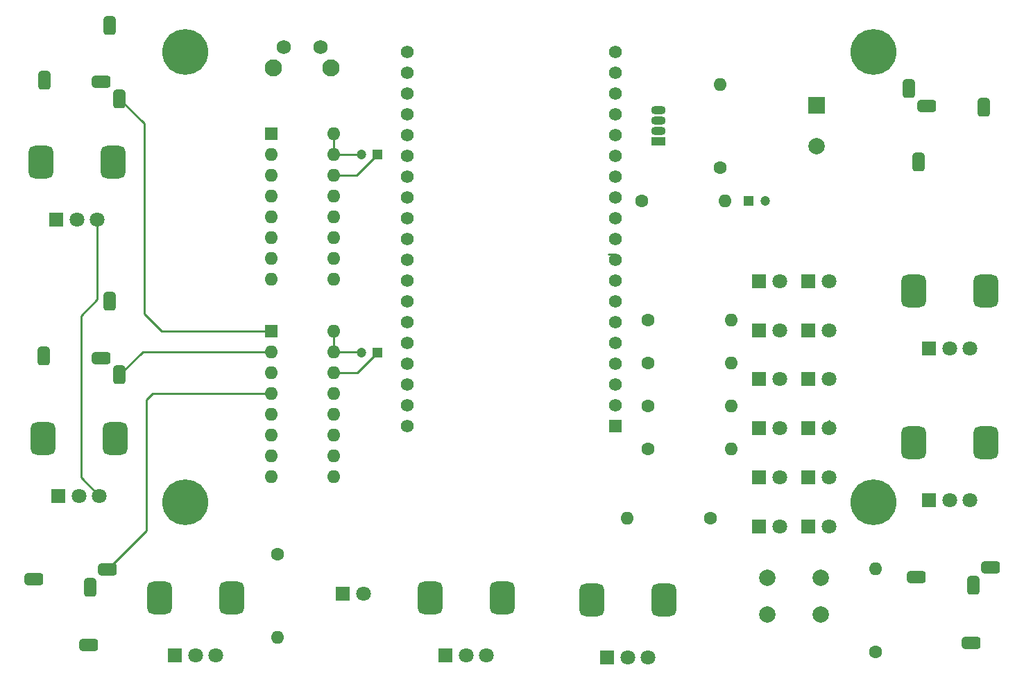
<source format=gbr>
%TF.GenerationSoftware,KiCad,Pcbnew,(6.0.4)*%
%TF.CreationDate,2022-09-14T23:52:42+02:00*%
%TF.ProjectId,Spikeling_V2.1,5370696b-656c-4696-9e67-5f56322e312e,rev?*%
%TF.SameCoordinates,Original*%
%TF.FileFunction,Copper,L1,Top*%
%TF.FilePolarity,Positive*%
%FSLAX46Y46*%
G04 Gerber Fmt 4.6, Leading zero omitted, Abs format (unit mm)*
G04 Created by KiCad (PCBNEW (6.0.4)) date 2022-09-14 23:52:42*
%MOMM*%
%LPD*%
G01*
G04 APERTURE LIST*
G04 Aperture macros list*
%AMRoundRect*
0 Rectangle with rounded corners*
0 $1 Rounding radius*
0 $2 $3 $4 $5 $6 $7 $8 $9 X,Y pos of 4 corners*
0 Add a 4 corners polygon primitive as box body*
4,1,4,$2,$3,$4,$5,$6,$7,$8,$9,$2,$3,0*
0 Add four circle primitives for the rounded corners*
1,1,$1+$1,$2,$3*
1,1,$1+$1,$4,$5*
1,1,$1+$1,$6,$7*
1,1,$1+$1,$8,$9*
0 Add four rect primitives between the rounded corners*
20,1,$1+$1,$2,$3,$4,$5,0*
20,1,$1+$1,$4,$5,$6,$7,0*
20,1,$1+$1,$6,$7,$8,$9,0*
20,1,$1+$1,$8,$9,$2,$3,0*%
G04 Aperture macros list end*
%TA.AperFunction,ComponentPad*%
%ADD10C,1.560000*%
%TD*%
%TA.AperFunction,ComponentPad*%
%ADD11R,1.560000X1.560000*%
%TD*%
%TA.AperFunction,ComponentPad*%
%ADD12R,1.200000X1.200000*%
%TD*%
%TA.AperFunction,ComponentPad*%
%ADD13C,1.200000*%
%TD*%
%TA.AperFunction,ComponentPad*%
%ADD14C,2.100000*%
%TD*%
%TA.AperFunction,ComponentPad*%
%ADD15C,1.750000*%
%TD*%
%TA.AperFunction,ComponentPad*%
%ADD16RoundRect,0.381000X-0.762000X-0.381000X0.762000X-0.381000X0.762000X0.381000X-0.762000X0.381000X0*%
%TD*%
%TA.AperFunction,ComponentPad*%
%ADD17RoundRect,0.381000X-0.381000X0.762000X-0.381000X-0.762000X0.381000X-0.762000X0.381000X0.762000X0*%
%TD*%
%TA.AperFunction,ComponentPad*%
%ADD18RoundRect,0.381000X0.381000X-0.762000X0.381000X0.762000X-0.381000X0.762000X-0.381000X-0.762000X0*%
%TD*%
%TA.AperFunction,ComponentPad*%
%ADD19RoundRect,0.381000X0.762000X0.381000X-0.762000X0.381000X-0.762000X-0.381000X0.762000X-0.381000X0*%
%TD*%
%TA.AperFunction,ComponentPad*%
%ADD20C,1.600000*%
%TD*%
%TA.AperFunction,ComponentPad*%
%ADD21O,1.600000X1.600000*%
%TD*%
%TA.AperFunction,ComponentPad*%
%ADD22R,1.800000X1.800000*%
%TD*%
%TA.AperFunction,ComponentPad*%
%ADD23C,1.800000*%
%TD*%
%TA.AperFunction,ComponentPad*%
%ADD24RoundRect,0.750000X0.750000X-1.250000X0.750000X1.250000X-0.750000X1.250000X-0.750000X-1.250000X0*%
%TD*%
%TA.AperFunction,ComponentPad*%
%ADD25R,1.600000X1.600000*%
%TD*%
%TA.AperFunction,ComponentPad*%
%ADD26R,1.800000X1.070000*%
%TD*%
%TA.AperFunction,ComponentPad*%
%ADD27O,1.800000X1.070000*%
%TD*%
%TA.AperFunction,ComponentPad*%
%ADD28R,2.000000X2.000000*%
%TD*%
%TA.AperFunction,ComponentPad*%
%ADD29C,2.000000*%
%TD*%
%TA.AperFunction,ComponentPad*%
%ADD30C,5.600000*%
%TD*%
%TA.AperFunction,Conductor*%
%ADD31C,0.250000*%
%TD*%
G04 APERTURE END LIST*
D10*
%TO.P,U1,38,CLK*%
%TO.N,unconnected-(U1-Pad38)*%
X147050000Y-55040000D03*
%TO.P,U1,37,SD0*%
%TO.N,unconnected-(U1-Pad37)*%
X147050000Y-57580000D03*
%TO.P,U1,36,SD1*%
%TO.N,unconnected-(U1-Pad36)*%
X147050000Y-60120000D03*
%TO.P,U1,35,IO15*%
%TO.N,/15*%
X147050000Y-62660000D03*
%TO.P,U1,34,IO2*%
%TO.N,/02*%
X147050000Y-65200000D03*
%TO.P,U1,33,IO0*%
%TO.N,/00*%
X147050000Y-67740000D03*
%TO.P,U1,32,IO4*%
%TO.N,/04*%
X147050000Y-70280000D03*
%TO.P,U1,31,IO16*%
%TO.N,/16*%
X147050000Y-72820000D03*
%TO.P,U1,30,IO17*%
%TO.N,/17*%
X147050000Y-75360000D03*
%TO.P,U1,29,IO5*%
%TO.N,/05*%
X147050000Y-77900000D03*
%TO.P,U1,28,IO18*%
%TO.N,/18*%
X147050000Y-80440000D03*
%TO.P,U1,27,IO19*%
%TO.N,/19*%
X147050000Y-82980000D03*
%TO.P,U1,26,GND2*%
%TO.N,GNDREF*%
X147050000Y-85520000D03*
%TO.P,U1,25,IO21*%
%TO.N,/21*%
X147050000Y-88060000D03*
%TO.P,U1,24,RXD0*%
%TO.N,unconnected-(U1-Pad24)*%
X147050000Y-90600000D03*
%TO.P,U1,23,TXD0*%
%TO.N,unconnected-(U1-Pad23)*%
X147050000Y-93140000D03*
%TO.P,U1,22,IO22*%
%TO.N,/22*%
X147050000Y-95680000D03*
%TO.P,U1,21,IO23*%
%TO.N,/23*%
X147050000Y-98220000D03*
%TO.P,U1,20,GND3*%
%TO.N,GNDREF*%
X147050000Y-100760000D03*
%TO.P,U1,18,CMD*%
%TO.N,unconnected-(U1-Pad18)*%
X172450000Y-57580000D03*
%TO.P,U1,17,SD3*%
%TO.N,unconnected-(U1-Pad17)*%
X172450000Y-60120000D03*
%TO.P,U1,16,SD2*%
%TO.N,unconnected-(U1-Pad16)*%
X172450000Y-62660000D03*
%TO.P,U1,15,IO13*%
%TO.N,/13*%
X172450000Y-65200000D03*
%TO.P,U1,14,GND1*%
%TO.N,GNDREF*%
X172450000Y-67740000D03*
%TO.P,U1,13,IO12*%
%TO.N,/12*%
X172450000Y-70280000D03*
%TO.P,U1,12,IO14*%
%TO.N,/14*%
X172450000Y-72820000D03*
%TO.P,U1,11,IO27*%
%TO.N,/27*%
X172450000Y-75360000D03*
%TO.P,U1,10,IO26*%
%TO.N,/26*%
X172450000Y-77900000D03*
%TO.P,U1,9,IO25*%
%TO.N,/25*%
X172450000Y-80440000D03*
%TO.P,U1,8,IO33*%
%TO.N,/33*%
X172450000Y-82980000D03*
%TO.P,U1,7,IO32*%
%TO.N,/32*%
X172450000Y-85520000D03*
%TO.P,U1,6,IO35*%
%TO.N,/35*%
X172450000Y-88060000D03*
%TO.P,U1,5,IO34*%
%TO.N,/34*%
X172450000Y-90600000D03*
%TO.P,U1,4,SENSOR_VN*%
%TO.N,/39*%
X172450000Y-93140000D03*
%TO.P,U1,3,SENSOR_VP*%
%TO.N,unconnected-(U1-Pad3)*%
X172450000Y-95680000D03*
%TO.P,U1,19,EXT_5V*%
%TO.N,VCC*%
X172450000Y-55040000D03*
%TO.P,U1,2,EN*%
%TO.N,Net-(Reset_Button1-Pad2)*%
X172450000Y-98220000D03*
D11*
%TO.P,U1,1,3V3*%
%TO.N,+3V3*%
X172450000Y-100760000D03*
%TD*%
D12*
%TO.P,C2,1*%
%TO.N,GNDREF*%
X143472600Y-91750000D03*
D13*
%TO.P,C2,2*%
%TO.N,VCC*%
X141472600Y-91750000D03*
%TD*%
D12*
%TO.P,C1,1*%
%TO.N,GNDREF*%
X143472600Y-67500000D03*
D13*
%TO.P,C1,2*%
%TO.N,VCC*%
X141472600Y-67500000D03*
%TD*%
D14*
%TO.P,Reset_Button1,*%
%TO.N,*%
X130750000Y-56930000D03*
X137760000Y-56930000D03*
D15*
%TO.P,Reset_Button1,1,1*%
%TO.N,GNDREF*%
X132000000Y-54440000D03*
%TO.P,Reset_Button1,2,2*%
%TO.N,Net-(Reset_Button1-Pad2)*%
X136500000Y-54440000D03*
%TD*%
D16*
%TO.P,Synapse Out,*%
%TO.N,*%
X210468500Y-61600000D03*
D17*
%TO.P,Synapse Out,R*%
%TO.N,Net-(10\u03A9_RC1-Pad2)*%
X208268500Y-59500000D03*
D18*
%TO.P,Synapse Out,S*%
%TO.N,GNDREF*%
X217468500Y-61800000D03*
D17*
%TO.P,Synapse Out,T*%
%TO.N,/15*%
X209468500Y-68500000D03*
%TD*%
D19*
%TO.P,Synapse_in_2,*%
%TO.N,*%
X109750000Y-92400000D03*
D18*
%TO.P,Synapse_in_2,R*%
%TO.N,/201*%
X111950000Y-94500000D03*
D17*
%TO.P,Synapse_in_2,S*%
%TO.N,GNDREF*%
X102750000Y-92200000D03*
D18*
%TO.P,Synapse_in_2,T*%
%TO.N,/34*%
X110750000Y-85500000D03*
%TD*%
D19*
%TO.P,Synapse_In_1,*%
%TO.N,*%
X109781500Y-58650000D03*
D18*
%TO.P,Synapse_In_1,R*%
%TO.N,/200*%
X111981500Y-60750000D03*
D17*
%TO.P,Synapse_In_1,S*%
%TO.N,GNDREF*%
X102781500Y-58450000D03*
D18*
%TO.P,Synapse_In_1,T*%
%TO.N,/35*%
X110781500Y-51750000D03*
%TD*%
D17*
%TO.P,Stimulus_Out1,*%
%TO.N,*%
X216150000Y-120218500D03*
D19*
%TO.P,Stimulus_Out1,R*%
%TO.N,/26*%
X218250000Y-118018500D03*
D16*
%TO.P,Stimulus_Out1,S*%
%TO.N,GNDREF*%
X215950000Y-127218500D03*
D19*
%TO.P,Stimulus_Out1,T*%
%TO.N,Net-(100\u03A9_Stim-LED1-Pad2)*%
X209250000Y-119218500D03*
%TD*%
D17*
%TO.P,Current_In1,*%
%TO.N,*%
X108400000Y-120468500D03*
D19*
%TO.P,Current_In1,R*%
%TO.N,/203*%
X110500000Y-118268500D03*
D16*
%TO.P,Current_In1,S*%
%TO.N,GNDREF*%
X108200000Y-127468500D03*
D19*
%TO.P,Current_In1,T*%
%TO.N,unconnected-(Current_In1-PadT)*%
X101500000Y-119468500D03*
%TD*%
D20*
%TO.P,100\u03A9_Stim-LED1,1*%
%TO.N,/22*%
X204250000Y-128330000D03*
D21*
%TO.P,100\u03A9_Stim-LED1,2*%
%TO.N,Net-(100\u03A9_Stim-LED1-Pad2)*%
X204250000Y-118170000D03*
%TD*%
D20*
%TO.P,100\u03A9,1*%
%TO.N,GNDREF*%
X185250000Y-69130000D03*
D21*
%TO.P,100\u03A9,2*%
%TO.N,Net-(Spike_LED1-Pad1)*%
X185250000Y-58970000D03*
%TD*%
D20*
%TO.P,100\u03A9_CharliePlex4,1*%
%TO.N,/21*%
X176420000Y-103500000D03*
D21*
%TO.P,100\u03A9_CharliePlex4,2*%
%TO.N,Net-(100\u03A9_CharliePlex4-Pad2)*%
X186580000Y-103500000D03*
%TD*%
D20*
%TO.P,100\u03A9_CharliePlex3,1*%
%TO.N,/19*%
X176420000Y-98250000D03*
D21*
%TO.P,100\u03A9_CharliePlex3,2*%
%TO.N,Net-(100\u03A9_CharliePlex3-Pad2)*%
X186580000Y-98250000D03*
%TD*%
D20*
%TO.P,100\u03A9_CharliePlex2,1*%
%TO.N,/05*%
X176420000Y-93000000D03*
D21*
%TO.P,100\u03A9_CharliePlex2,2*%
%TO.N,Net-(100\u03A9_CharliePlex2-Pad2)*%
X186580000Y-93000000D03*
%TD*%
D20*
%TO.P,100\u03A9_CharliePlex1,1*%
%TO.N,/02*%
X176420000Y-87750000D03*
D21*
%TO.P,100\u03A9_CharliePlex1,2*%
%TO.N,Net-(100\u03A9_CharliePlex1-Pad2)*%
X186580000Y-87750000D03*
%TD*%
D20*
%TO.P,10\u03A9,1*%
%TO.N,/25*%
X175670000Y-73250000D03*
D21*
%TO.P,10\u03A9,2*%
%TO.N,Net-(10\u03A9_RC1-Pad2)*%
X185830000Y-73250000D03*
%TD*%
D20*
%TO.P,10k\u03A9_SW_pull-down1,1*%
%TO.N,/39*%
X184080000Y-112000000D03*
D21*
%TO.P,10k\u03A9_SW_pull-down1,2*%
%TO.N,GNDREF*%
X173920000Y-112000000D03*
%TD*%
D20*
%TO.P,10k\u03A9_PD_pull-down1,1*%
%TO.N,/202*%
X131250000Y-116420000D03*
D21*
%TO.P,10k\u03A9_PD_pull-down1,2*%
%TO.N,GNDREF*%
X131250000Y-126580000D03*
%TD*%
D22*
%TO.P,Mode4,1,K*%
%TO.N,Net-(100\u03A9_CharliePlex2-Pad2)*%
X190000000Y-95000000D03*
D23*
%TO.P,Mode4,2,A*%
%TO.N,Net-(100\u03A9_CharliePlex3-Pad2)*%
X192540000Y-95000000D03*
%TD*%
D22*
%TO.P,Noise1,1,1*%
%TO.N,GNDREF*%
X171500000Y-129000000D03*
D23*
%TO.P,Noise1,2,2*%
%TO.N,/106*%
X174000000Y-129000000D03*
%TO.P,Noise1,3,3*%
%TO.N,VCC*%
X176500000Y-129000000D03*
D24*
%TO.P,Noise1,MP*%
%TO.N,N/C*%
X169600000Y-122000000D03*
X178400000Y-122000000D03*
%TD*%
D22*
%TO.P,Voltage_Membrane1,1,1*%
%TO.N,GNDREF*%
X118750000Y-128750000D03*
D23*
%TO.P,Voltage_Membrane1,2,2*%
%TO.N,/100*%
X121250000Y-128750000D03*
%TO.P,Voltage_Membrane1,3,3*%
%TO.N,VCC*%
X123750000Y-128750000D03*
D24*
%TO.P,Voltage_Membrane1,MP*%
%TO.N,N/C*%
X116850000Y-121750000D03*
X125650000Y-121750000D03*
%TD*%
D25*
%TO.P,U3,1,CH0*%
%TO.N,/200*%
X130500000Y-89125000D03*
D21*
%TO.P,U3,2,CH1*%
%TO.N,/201*%
X130500000Y-91665000D03*
%TO.P,U3,3,CH2*%
%TO.N,/202*%
X130500000Y-94205000D03*
%TO.P,U3,4,CH3*%
%TO.N,/203*%
X130500000Y-96745000D03*
%TO.P,U3,5,CH4*%
%TO.N,/204*%
X130500000Y-99285000D03*
%TO.P,U3,6,CH5*%
%TO.N,/205*%
X130500000Y-101825000D03*
%TO.P,U3,7,CH6*%
%TO.N,/206*%
X130500000Y-104365000D03*
%TO.P,U3,8,CH7*%
%TO.N,/207*%
X130500000Y-106905000D03*
%TO.P,U3,9,DGND*%
%TO.N,GNDREF*%
X138120000Y-106905000D03*
%TO.P,U3,10,~{CS}/SHDN*%
%TO.N,/04*%
X138120000Y-104365000D03*
%TO.P,U3,11,Din*%
%TO.N,/32*%
X138120000Y-101825000D03*
%TO.P,U3,12,Dout*%
%TO.N,/33*%
X138120000Y-99285000D03*
%TO.P,U3,13,CLK*%
%TO.N,/18*%
X138120000Y-96745000D03*
%TO.P,U3,14,AGND*%
%TO.N,GNDREF*%
X138120000Y-94205000D03*
%TO.P,U3,15,Vref*%
%TO.N,VCC*%
X138120000Y-91665000D03*
%TO.P,U3,16,Vdd*%
X138120000Y-89125000D03*
%TD*%
D25*
%TO.P,U2,1,CH0*%
%TO.N,/100*%
X130500000Y-65000000D03*
D21*
%TO.P,U2,2,CH1*%
%TO.N,/101*%
X130500000Y-67540000D03*
%TO.P,U2,3,CH2*%
%TO.N,/102*%
X130500000Y-70080000D03*
%TO.P,U2,4,CH3*%
%TO.N,/103*%
X130500000Y-72620000D03*
%TO.P,U2,5,CH4*%
%TO.N,/104*%
X130500000Y-75160000D03*
%TO.P,U2,6,CH5*%
%TO.N,/105*%
X130500000Y-77700000D03*
%TO.P,U2,7,CH6*%
%TO.N,/106*%
X130500000Y-80240000D03*
%TO.P,U2,8,CH7*%
%TO.N,/107*%
X130500000Y-82780000D03*
%TO.P,U2,9,DGND*%
%TO.N,GNDREF*%
X138120000Y-82780000D03*
%TO.P,U2,10,~{CS}/SHDN*%
%TO.N,/00*%
X138120000Y-80240000D03*
%TO.P,U2,11,Din*%
%TO.N,/32*%
X138120000Y-77700000D03*
%TO.P,U2,12,Dout*%
%TO.N,/33*%
X138120000Y-75160000D03*
%TO.P,U2,13,CLK*%
%TO.N,/18*%
X138120000Y-72620000D03*
%TO.P,U2,14,AGND*%
%TO.N,GNDREF*%
X138120000Y-70080000D03*
%TO.P,U2,15,Vref*%
%TO.N,VCC*%
X138120000Y-67540000D03*
%TO.P,U2,16,Vdd*%
X138120000Y-65000000D03*
%TD*%
D22*
%TO.P,Synapse_2_Gain1,1,1*%
%TO.N,GNDREF*%
X104500000Y-109250000D03*
D23*
%TO.P,Synapse_2_Gain1,2,2*%
%TO.N,/102*%
X107000000Y-109250000D03*
%TO.P,Synapse_2_Gain1,3,3*%
%TO.N,VCC*%
X109500000Y-109250000D03*
D24*
%TO.P,Synapse_2_Gain1,MP*%
%TO.N,N/C*%
X102600000Y-102250000D03*
X111400000Y-102250000D03*
%TD*%
D22*
%TO.P,Synapse_1_Gain1,1,1*%
%TO.N,GNDREF*%
X104250000Y-75500000D03*
D23*
%TO.P,Synapse_1_Gain1,2,2*%
%TO.N,/101*%
X106750000Y-75500000D03*
%TO.P,Synapse_1_Gain1,3,3*%
%TO.N,VCC*%
X109250000Y-75500000D03*
D24*
%TO.P,Synapse_1_Gain1,MP*%
%TO.N,N/C*%
X102350000Y-68500000D03*
X111150000Y-68500000D03*
%TD*%
D22*
%TO.P,Stimulus_Strength1,1,1*%
%TO.N,GNDREF*%
X210750000Y-109750000D03*
D23*
%TO.P,Stimulus_Strength1,2,2*%
%TO.N,/104*%
X213250000Y-109750000D03*
%TO.P,Stimulus_Strength1,3,3*%
%TO.N,VCC*%
X215750000Y-109750000D03*
D24*
%TO.P,Stimulus_Strength1,MP*%
%TO.N,N/C*%
X208850000Y-102750000D03*
X217650000Y-102750000D03*
%TD*%
D22*
%TO.P,Stimulus_Frequency1,1,1*%
%TO.N,GNDREF*%
X210750000Y-91250000D03*
D23*
%TO.P,Stimulus_Frequency1,2,2*%
%TO.N,/105*%
X213250000Y-91250000D03*
%TO.P,Stimulus_Frequency1,3,3*%
%TO.N,VCC*%
X215750000Y-91250000D03*
D24*
%TO.P,Stimulus_Frequency1,MP*%
%TO.N,N/C*%
X208850000Y-84250000D03*
X217650000Y-84250000D03*
%TD*%
D26*
%TO.P,Spike_LED,1,K*%
%TO.N,Net-(Spike_LED1-Pad1)*%
X177750000Y-65950000D03*
D27*
%TO.P,Spike_LED,2,RA*%
%TO.N,/27*%
X177750000Y-64680000D03*
%TO.P,Spike_LED,3,GA*%
%TO.N,/14*%
X177750000Y-63410000D03*
%TO.P,Spike_LED,4,BA*%
%TO.N,/12*%
X177750000Y-62140000D03*
%TD*%
D28*
%TO.P,Spike_Buzzer,1,-*%
%TO.N,/13*%
X197000000Y-61550000D03*
D29*
%TO.P,Spike_Buzzer,2,+*%
%TO.N,GNDREF*%
X197000000Y-66550000D03*
%TD*%
D22*
%TO.P,Photodiode_Gain1,1,1*%
%TO.N,GNDREF*%
X151750000Y-128750000D03*
D23*
%TO.P,Photodiode_Gain1,2,2*%
%TO.N,/103*%
X154250000Y-128750000D03*
%TO.P,Photodiode_Gain1,3,3*%
%TO.N,VCC*%
X156750000Y-128750000D03*
D24*
%TO.P,Photodiode_Gain1,MP*%
%TO.N,N/C*%
X149850000Y-121750000D03*
X158650000Y-121750000D03*
%TD*%
D30*
%TO.P, ,1*%
%TO.N,N/C*%
X120000000Y-55000000D03*
%TD*%
D22*
%TO.P,Mode6,1,K*%
%TO.N,Net-(100\u03A9_CharliePlex3-Pad2)*%
X190000000Y-83000000D03*
D23*
%TO.P,Mode6,2,A*%
%TO.N,Net-(100\u03A9_CharliePlex4-Pad2)*%
X192540000Y-83000000D03*
%TD*%
D22*
%TO.P,Mode1,1,K*%
%TO.N,Net-(100\u03A9_CharliePlex2-Pad2)*%
X190000000Y-113000000D03*
D23*
%TO.P,Mode1,2,A*%
%TO.N,Net-(100\u03A9_CharliePlex1-Pad2)*%
X192540000Y-113000000D03*
%TD*%
D22*
%TO.P,Mode3,1,K*%
%TO.N,Net-(100\u03A9_CharliePlex3-Pad2)*%
X190000000Y-101000000D03*
D23*
%TO.P,Mode3,2,A*%
%TO.N,Net-(100\u03A9_CharliePlex2-Pad2)*%
X192540000Y-101000000D03*
%TD*%
D30*
%TO.P, ,1*%
%TO.N,N/C*%
X204000000Y-55000000D03*
%TD*%
D22*
%TO.P,Mode10,1,K*%
%TO.N,Net-(100\u03A9_CharliePlex2-Pad2)*%
X196000000Y-95000000D03*
D23*
%TO.P,Mode10,2,A*%
%TO.N,Net-(100\u03A9_CharliePlex4-Pad2)*%
X198540000Y-95000000D03*
%TD*%
D22*
%TO.P,Mode8,1,K*%
%TO.N,Net-(100\u03A9_CharliePlex1-Pad2)*%
X196000000Y-107000000D03*
D23*
%TO.P,Mode8,2,A*%
%TO.N,Net-(100\u03A9_CharliePlex3-Pad2)*%
X198540000Y-107000000D03*
%TD*%
D22*
%TO.P,Mode12,1,K*%
%TO.N,Net-(100\u03A9_CharliePlex1-Pad2)*%
X196000000Y-83000000D03*
D23*
%TO.P,Mode12,2,A*%
%TO.N,Net-(100\u03A9_CharliePlex4-Pad2)*%
X198540000Y-83000000D03*
%TD*%
D22*
%TO.P,Mode11,1,K*%
%TO.N,Net-(100\u03A9_CharliePlex4-Pad2)*%
X196000000Y-89000000D03*
D23*
%TO.P,Mode11,2,A*%
%TO.N,Net-(100\u03A9_CharliePlex1-Pad2)*%
X198540000Y-89000000D03*
%TD*%
D22*
%TO.P,Mode9,1,K*%
%TO.N,Net-(100\u03A9_CharliePlex4-Pad2)*%
X196000000Y-101000000D03*
D23*
%TO.P,Mode9,2,A*%
%TO.N,Net-(100\u03A9_CharliePlex2-Pad2)*%
X198540000Y-101000000D03*
%TD*%
D22*
%TO.P,Photodiode1,1,K*%
%TO.N,GNDREF*%
X139225000Y-121250000D03*
D23*
%TO.P,Photodiode1,2,A*%
%TO.N,/202*%
X141765000Y-121250000D03*
%TD*%
D22*
%TO.P,Mode2,1,K*%
%TO.N,Net-(100\u03A9_CharliePlex1-Pad2)*%
X190000000Y-107000000D03*
D23*
%TO.P,Mode2,2,A*%
%TO.N,Net-(100\u03A9_CharliePlex2-Pad2)*%
X192540000Y-107000000D03*
%TD*%
D30*
%TO.P, ,1*%
%TO.N,N/C*%
X204000000Y-110000000D03*
%TD*%
D12*
%TO.P,1nF,1*%
%TO.N,Net-(10\u03A9_RC1-Pad2)*%
X188750000Y-73250000D03*
D13*
%TO.P,1nF,2*%
%TO.N,GNDREF*%
X190750000Y-73250000D03*
%TD*%
D30*
%TO.P, ,1*%
%TO.N,N/C*%
X120000000Y-110000000D03*
%TD*%
D29*
%TO.P,Mode_Button1,1,1*%
%TO.N,/39*%
X191000000Y-119250000D03*
X197500000Y-119250000D03*
%TO.P,Mode_Button1,2,2*%
%TO.N,VCC*%
X197500000Y-123750000D03*
X191000000Y-123750000D03*
%TD*%
D22*
%TO.P,Mode7,1,K*%
%TO.N,Net-(100\u03A9_CharliePlex3-Pad2)*%
X196000000Y-113000000D03*
D23*
%TO.P,Mode7,2,A*%
%TO.N,Net-(100\u03A9_CharliePlex1-Pad2)*%
X198540000Y-113000000D03*
%TD*%
D22*
%TO.P,Mode5,1,K*%
%TO.N,Net-(100\u03A9_CharliePlex4-Pad2)*%
X190000000Y-89000000D03*
D23*
%TO.P,Mode5,2,A*%
%TO.N,Net-(100\u03A9_CharliePlex3-Pad2)*%
X192540000Y-89000000D03*
%TD*%
D31*
%TO.N,/203*%
X115250000Y-97500000D02*
X116005000Y-96745000D01*
X115250000Y-113518500D02*
X115250000Y-97500000D01*
X116005000Y-96745000D02*
X130500000Y-96745000D01*
X110500000Y-118268500D02*
X115250000Y-113518500D01*
%TO.N,VCC*%
X107250000Y-87250000D02*
X107250000Y-107000000D01*
X107250000Y-107000000D02*
X109500000Y-109250000D01*
X109250000Y-85250000D02*
X107250000Y-87250000D01*
X109250000Y-75500000D02*
X109250000Y-85250000D01*
%TO.N,/200*%
X117125000Y-89125000D02*
X130500000Y-89125000D01*
X115000000Y-63768500D02*
X115000000Y-87000000D01*
X115000000Y-87000000D02*
X117125000Y-89125000D01*
X111981500Y-60750000D02*
X115000000Y-63768500D01*
%TO.N,/201*%
X114785000Y-91665000D02*
X130500000Y-91665000D01*
X111950000Y-94500000D02*
X114785000Y-91665000D01*
%TO.N,GNDREF*%
X141017600Y-94205000D02*
X143472600Y-91750000D01*
X138120000Y-94205000D02*
X141017600Y-94205000D01*
%TO.N,VCC*%
X138120000Y-91665000D02*
X141387600Y-91665000D01*
X141387600Y-91665000D02*
X141472600Y-91750000D01*
X138120000Y-89125000D02*
X138120000Y-91665000D01*
%TO.N,GNDREF*%
X138120000Y-70080000D02*
X140892600Y-70080000D01*
X140892600Y-70080000D02*
X143472600Y-67500000D01*
%TO.N,VCC*%
X141432600Y-67540000D02*
X141472600Y-67500000D01*
X138120000Y-67540000D02*
X141432600Y-67540000D01*
X138120000Y-65000000D02*
X138120000Y-67540000D01*
%TO.N,/35*%
X109781500Y-58650000D02*
X109881500Y-58650000D01*
%TO.N,/34*%
X111250000Y-86000000D02*
X110750000Y-85500000D01*
%TO.N,/201*%
X111950000Y-94500000D02*
X112450000Y-95000000D01*
%TO.N,/34*%
X109750000Y-92400000D02*
X109850000Y-92400000D01*
%TO.N,/25*%
X172347500Y-79690000D02*
X171674282Y-79690000D01*
%TO.N,Net-(100\u03A9_CharliePlex2-Pad2)*%
X198540000Y-100080000D02*
X198540000Y-101000000D01*
%TO.N,/26*%
X218250000Y-118018500D02*
X218250000Y-118118500D01*
%TD*%
M02*

</source>
